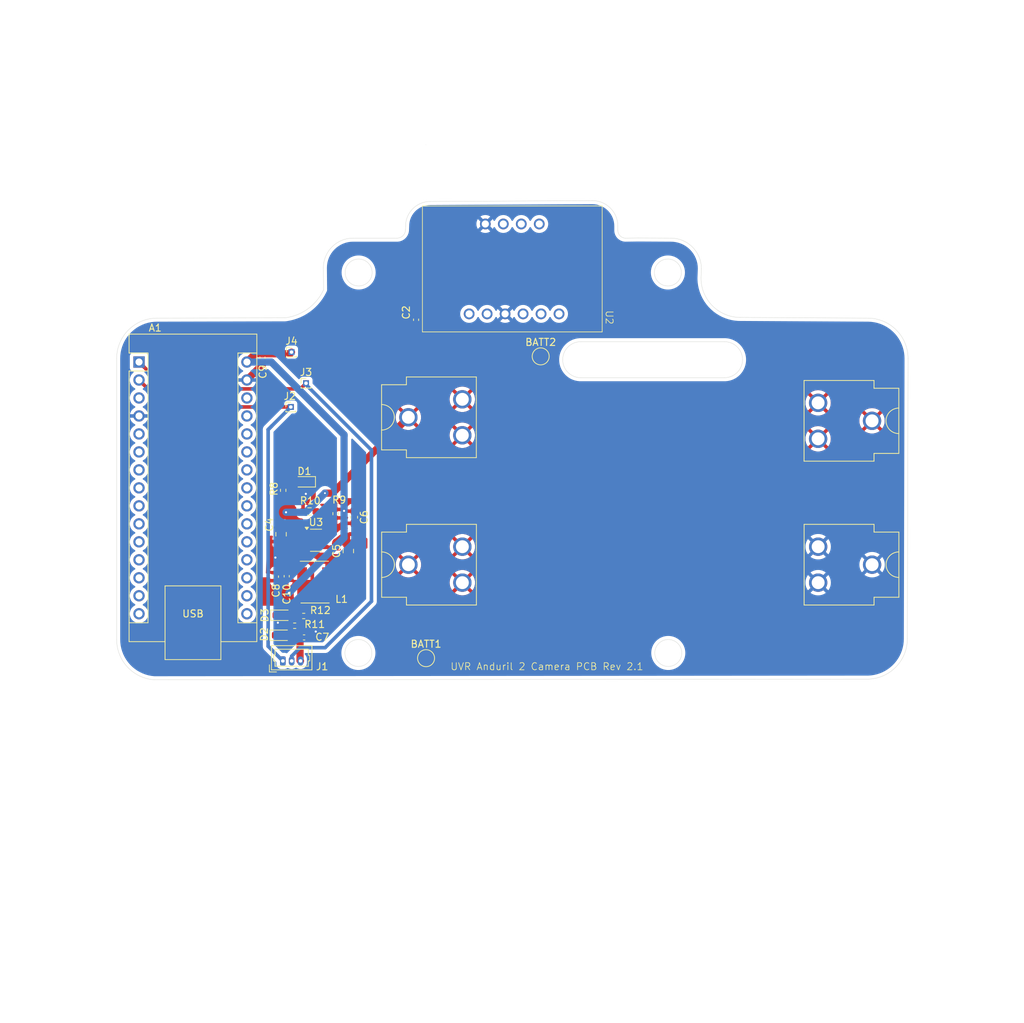
<source format=kicad_pcb>
(kicad_pcb (version 20240108) (generator "pcbnew") (generator_version "8.0")
  (title_block (title "Anduril 2 Camera PCB") (date "Feb 12 2025") (rev "Rev2.1") (company "UVic Rocketry") (comment 1 "Khehren Gould"))
  (layers (0 "F.Cu" signal) (31 "B.Cu" signal) (34 "B.Paste" user) (35 "F.Paste" user) (36 "B.SilkS" user "B.Silkscreen") (37 "F.SilkS" user "F.Silkscreen") (38 "B.Mask" user) (39 "F.Mask" user) (44 "Edge.Cuts" user))
  (net 0 "")
  (net 4 "GND")
  (net 13 "Net-(A1-D0{slash}RX)")
  (net 17 "Net-(A1-D1{slash}TX)")
  (net 26 "/SCL")
  (net 27 "+5V")
  (net 28 "Net-(D1-A)")
  (net 29 "Net-(D2-A)")
  (net 30 "Net-(D3-A)")
  (net 32 "/SDA")
  (net 33 "+BATT")
  (net 34 "VCC")
  (net 35 "Net-(U3-BST)")
  (net 36 "Net-(U3-SW)")
  (net 37 "Net-(U3-FB)")
  (net 44 "Net-(J5-Pin_1)")
  (net 45 "Net-(D2-K)")
  (footprint "Resistor_SMD:R_0603_1608Metric_Pad0.98x0.95mm_HandSolder" (layer "F.Cu") (at 111.0485 102.213 180)
    (property "Reference" "R10" (at -0.1035 1.524 180) (layer "F.SilkS"))
    (property "Value" "10k")
    (fp_line (start -0.254724 0.5225) (end 0.254724 0.5225) (stroke (width 0.12)) (layer "F.SilkS"))
    (fp_line (start -0.254724 -0.5225) (end 0.254724 -0.5225) (stroke (width 0.12)) (layer "F.SilkS"))
    (pad "1" smd roundrect (at -0.9125 0 180) (size 0.975 0.95) (layers "F.Cu" "F.Paste" "F.Mask") (net 37 "Net-(U3-FB)"))
    (pad "2" smd roundrect (at 0.9125 0 180) (size 0.975 0.95) (layers "F.Cu" "F.Paste" "F.Mask") (net 4 "GND"))
  )
  (footprint "Connector_Molex:Molex_PicoBlade_53047-0310_1x03_P1.25mm_Vertical" (layer "F.Cu") (at 107.275 123.325)
    (property "Reference" "J1" (at 5.55 0.8 0) (layer "F.SilkS"))
    (property "Value" "Conn_01x03_Pin")
    (fp_line (start -1.9 1.55) (end -1.9 0.55) (stroke (width 0.12)) (layer "F.SilkS"))
    (fp_line (start -1.9 1.55) (end -0.9 1.55) (stroke (width 0.12)) (layer "F.SilkS"))
    (fp_line (start -1.61 -2.16) (end -1.61 1.26) (stroke (width 0.12)) (layer "F.SilkS"))
    (fp_line (start -1.61 1.26) (end 4.11 1.26) (stroke (width 0.12)) (layer "F.SilkS"))
    (fp_line (start -1.3 -0.8) (end -1.1 -0.8) (stroke (width 0.12)) (layer "F.SilkS"))
    (fp_line (start -1.3 0) (end -1.3 -0.8) (stroke (width 0.12)) (layer "F.SilkS"))
    (fp_line (start -1.1 -1.65) (end 1.25 -1.65) (stroke (width 0.12)) (layer "F.SilkS"))
    (fp_line (start -1.1 -0.8) (end -1.1 -1.65) (stroke (width 0.12)) (layer "F.SilkS"))
    (fp_line (start -1.1 0) (end -1.3 0) (stroke (width 0.12)) (layer "F.SilkS"))
    (fp_line (start -1.1 0.75) (end -1.1 0) (stroke (width 0.12)) (layer "F.SilkS"))
    (fp_line (start 1.25 0.75) (end -1.1 0.75) (stroke (width 0.12)) (layer "F.SilkS"))
    (fp_line (start 1.25 0.75) (end 3.6 0.75) (stroke (width 0.12)) (layer "F.SilkS"))
    (fp_line (start 3.6 -1.65) (end 1.25 -1.65) (stroke (width 0.12)) (layer "F.SilkS"))
    (fp_line (start 3.6 -0.8) (end 3.6 -1.65) (stroke (width 0.12)) (layer "F.SilkS"))
    (fp_line (start 3.6 0) (end 3.8 0) (stroke (width 0.12)) (layer "F.SilkS"))
    (fp_line (start 3.6 0.75) (end 3.6 0) (stroke (width 0.12)) (layer "F.SilkS"))
    (fp_line (start 3.8 -0.8) (end 3.6 -0.8) (stroke (width 0.12)) (layer "F.SilkS"))
    (fp_line (start 3.8 0) (end 3.8 -0.8) (stroke (width 0.12)) (layer "F.SilkS"))
    (fp_line (start 4.11 -2.16) (end -1.61 -2.16) (stroke (width 0.12)) (layer "F.SilkS"))
    (fp_line (start 4.11 1.26) (end 4.11 -2.16) (stroke (width 0.12)) (layer "F.SilkS"))
    (pad "1" thru_hole roundrect (at 0 0) (size 0.8 1.3) (drill 0.5) (layers "*.Cu" "*.Mask") (net 13 "Net-(A1-D0{slash}RX)"))
    (pad "2" thru_hole oval (at 1.25 0) (size 0.8 1.3) (drill 0.5) (layers "*.Cu" "*.Mask") (net 17 "Net-(A1-D1{slash}TX)"))
    (pad "3" thru_hole oval (at 2.5 0) (size 0.8 1.3) (drill 0.5) (layers "*.Cu" "*.Mask") (net 27 "+5V"))
  )
  (footprint "Module:Arduino_Nano" (layer "F.Cu") (at 86.96 81.1)
    (property "Reference" "A1" (at 2.29 -4.825 0) (layer "F.SilkS"))
    (property "Value" "Arduino_Nano_v2.x")
    (fp_line (start -1.4 -3.94) (end -1.4 -1.27) (stroke (width 0.12)) (layer "F.SilkS"))
    (fp_line (start -1.4 1.27) (end -1.4 39.5) (stroke (width 0.12)) (layer "F.SilkS"))
    (fp_line (start -1.4 39.5) (end 3.68 39.5) (stroke (width 0.12)) (layer "F.SilkS"))
    (fp_line (start 1.27 -1.27) (end -1.4 -1.27) (stroke (width 0.12)) (layer "F.SilkS"))
    (fp_line (start 1.27 1.27) (end -1.4 1.27) (stroke (width 0.12)) (layer "F.SilkS"))
    (fp_line (start 1.27 1.27) (end 1.27 -1.27) (stroke (width 0.12)) (layer "F.SilkS"))
    (fp_line (start 1.27 1.27) (end 1.27 36.83) (stroke (width 0.12)) (layer "F.SilkS"))
    (fp_line (start 1.27 36.83) (end -1.4 36.83) (stroke (width 0.12)) (layer "F.SilkS"))
    (fp_line (start 3.68 31.62) (end 11.56 31.62) (stroke (width 0.12)) (layer "F.SilkS"))
    (fp_line (start 3.68 42.04) (end 3.68 31.62) (stroke (width 0.12)) (layer "F.SilkS"))
    (fp_line (start 11.56 31.62) (end 11.56 42.04) (stroke (width 0.12)) (layer "F.SilkS"))
    (fp_line (start 11.56 42.04) (end 3.68 42.04) (stroke (width 0.12)) (layer "F.SilkS"))
    (fp_line (start 13.97 -1.27) (end 13.97 36.83) (stroke (width 0.12)) (layer "F.SilkS"))
    (fp_line (start 13.97 -1.27) (end 16.64 -1.27) (stroke (width 0.12)) (layer "F.SilkS"))
    (fp_line (start 13.97 36.83) (end 16.64 36.83) (stroke (width 0.12)) (layer "F.SilkS"))
    (fp_line (start 16.64 -3.94) (end -1.4 -3.94) (stroke (width 0.12)) (layer "F.SilkS"))
    (fp_line (start 16.64 39.5) (end 11.56 39.5) (stroke (width 0.12)) (layer "F.SilkS"))
    (fp_line (start 16.64 39.5) (end 16.64 -3.94) (stroke (width 0.12)) (layer "F.SilkS"))
    (fp_text user "USB" (at 7.62 35.56 0) (layer "F.SilkS"))
    (pad "1" thru_hole rect (at 0 0) (size 1.6 1.6) (drill 1) (layers "*.Cu" "*.Mask") (net 17 "Net-(A1-D1{slash}TX)"))
    (pad "2" thru_hole oval (at 0 2.54) (size 1.6 1.6) (drill 1) (layers "*.Cu" "*.Mask") (net 13 "Net-(A1-D0{slash}RX)"))
    (pad "3" thru_hole oval (at 0 5.08) (size 1.6 1.6) (drill 1) (layers "*.Cu" "*.Mask"))
    (pad "4" thru_hole oval (at 0 7.62) (size 1.6 1.6) (drill 1) (layers "*.Cu" "*.Mask") (net 4 "GND"))
    (pad "5" thru_hole oval (at 0 10.16) (size 1.6 1.6) (drill 1) (layers "*.Cu" "*.Mask"))
    (pad "6" thru_hole oval (at 0 12.7) (size 1.6 1.6) (drill 1) (layers "*.Cu" "*.Mask"))
    (pad "7" thru_hole oval (at 0 15.24) (size 1.6 1.6) (drill 1) (layers "*.Cu" "*.Mask"))
    (pad "8" thru_hole oval (at 0 17.78) (size 1.6 1.6) (drill 1) (layers "*.Cu" "*.Mask"))
    (pad "9" thru_hole oval (at 0 20.32) (size 1.6 1.6) (drill 1) (layers "*.Cu" "*.Mask"))
    (pad "10" thru_hole oval (at 0 22.86) (size 1.6 1.6) (drill 1) (layers "*.Cu" "*.Mask"))
    (pad "11" thru_hole oval (at 0 25.4) (size 1.6 1.6) (drill 1) (layers "*.Cu" "*.Mask"))
    (pad "12" thru_hole oval (at 0 27.94) (size 1.6 1.6) (drill 1) (layers "*.Cu" "*.Mask"))
    (pad "13" thru_hole oval (at 0 30.48) (size 1.6 1.6) (drill 1) (layers "*.Cu" "*.Mask"))
    (pad "14" thru_hole oval (at 0 33.02) (size 1.6 1.6) (drill 1) (layers "*.Cu" "*.Mask"))
    (pad "15" thru_hole oval (at 0 35.56) (size 1.6 1.6) (drill 1) (layers "*.Cu" "*.Mask"))
    (pad "16" thru_hole oval (at 15.24 35.56) (size 1.6 1.6) (drill 1) (layers "*.Cu" "*.Mask"))
    (pad "17" thru_hole oval (at 15.24 33.02) (size 1.6 1.6) (drill 1) (layers "*.Cu" "*.Mask"))
    (pad "18" thru_hole oval (at 15.24 30.48) (size 1.6 1.6) (drill 1) (layers "*.Cu" "*.Mask"))
    (pad "19" thru_hole oval (at 15.24 27.94) (size 1.6 1.6) (drill 1) (layers "*.Cu" "*.Mask"))
    (pad "20" thru_hole oval (at 15.24 25.4) (size 1.6 1.6) (drill 1) (layers "*.Cu" "*.Mask"))
    (pad "21" thru_hole oval (at 15.24 22.86) (size 1.6 1.6) (drill 1) (layers "*.Cu" "*.Mask"))
    (pad "22" thru_hole oval (at 15.24 20.32) (size 1.6 1.6) (drill 1) (layers "*.Cu" "*.Mask"))
    (pad "23" thru_hole oval (at 15.24 17.78) (size 1.6 1.6) (drill 1) (layers "*.Cu" "*.Mask") (net 32 "/SDA"))
    (pad "24" thru_hole oval (at 15.24 15.24) (size 1.6 1.6) (drill 1) (layers "*.Cu" "*.Mask") (net 26 "/SCL"))
    (pad "25" thru_hole oval (at 15.24 12.7) (size 1.6 1.6) (drill 1) (layers "*.Cu" "*.Mask"))
    (pad "26" thru_hole oval (at 15.24 10.16) (size 1.6 1.6) (drill 1) (layers "*.Cu" "*.Mask"))
    (pad "27" thru_hole oval (at 15.24 7.62) (size 1.6 1.6) (drill 1) (layers "*.Cu" "*.Mask"))
    (pad "28" thru_hole oval (at 15.24 5.08) (size 1.6 1.6) (drill 1) (layers "*.Cu" "*.Mask"))
    (pad "29" thru_hole oval (at 15.24 2.54) (size 1.6 1.6) (drill 1) (layers "*.Cu" "*.Mask") (net 4 "GND"))
    (pad "30" thru_hole oval (at 15.24 0) (size 1.6 1.6) (drill 1) (layers "*.Cu" "*.Mask") (net 27 "+5V"))
  )
  (footprint "Capacitor_SMD:C_0402_1005Metric_Pad0.74x0.62mm_HandSolder" (layer "F.Cu") (at 126.1 75.1325 90)
    (property "Reference" "C2" (at 1.0325 -1.4 90) (layer "F.SilkS"))
    (property "Value" "100nF")
    (fp_line (start -0.115835 -0.36) (end 0.115835 -0.36) (stroke (width 0.12)) (layer "F.SilkS"))
    (fp_line (start -0.115835 0.36) (end 0.115835 0.36) (stroke (width 0.12)) (layer "F.SilkS"))
    (pad "1" smd roundrect (at -0.5675 0 90) (size 0.735 0.62) (layers "F.Cu" "F.Paste" "F.Mask") (net 27 "+5V"))
    (pad "2" smd roundrect (at 0.5675 0 90) (size 0.735 0.62) (layers "F.Cu" "F.Paste" "F.Mask") (net 4 "GND"))
  )
  (footprint "Capacitor_SMD:C_0603_1608Metric_Pad1.08x0.95mm_HandSolder" (layer "F.Cu") (at 117.325 103.025 -90)
    (property "Reference" "C6" (at 0 -1.43 90) (layer "F.SilkS"))
    (property "Value" "100pF")
    (fp_line (start -0.146267 0.51) (end 0.146267 0.51) (stroke (width 0.12)) (layer "F.SilkS"))
    (fp_line (start -0.146267 -0.51) (end 0.146267 -0.51) (stroke (width 0.12)) (layer "F.SilkS"))
    (pad "1" smd roundrect (at -0.8625 0 270) (size 1.075 0.95) (layers "F.Cu" "F.Paste" "F.Mask") (net 27 "+5V"))
    (pad "2" smd roundrect (at 0.8625 0 270) (size 1.075 0.95) (layers "F.Cu" "F.Paste" "F.Mask") (net 37 "Net-(U3-FB)"))
  )
  (footprint "LED_SMD:LED_0603_1608Metric_Pad1.05x0.95mm_HandSolder" (layer "F.Cu") (at 107.125 119.7)
    (property "Reference" "D2" (at -2.475 -0.125 -90) (layer "F.SilkS"))
    (property "Value" "LED")
    (fp_line (start -1.66 -0.735) (end -1.66 0.735) (stroke (width 0.12)) (layer "F.SilkS"))
    (fp_line (start -1.66 0.735) (end 0.8 0.735) (stroke (width 0.12)) (layer "F.SilkS"))
    (fp_line (start 0.8 -0.735) (end -1.66 -0.735) (stroke (width 0.12)) (layer "F.SilkS"))
    (pad "1" smd roundrect (at -0.875 0) (size 1.05 0.95) (layers "F.Cu" "F.Paste" "F.Mask") (net 45 "Net-(D2-K)"))
    (pad "2" smd roundrect (at 0.875 0) (size 1.05 0.95) (layers "F.Cu" "F.Paste" "F.Mask") (net 29 "Net-(D2-A)"))
  )
  (footprint "LED_SMD:LED_0603_1608Metric_Pad1.05x0.95mm_HandSolder" (layer "F.Cu") (at 107.225 116.875)
    (property "Reference" "D3" (at -2.5 0 -90) (layer "F.SilkS"))
    (property "Value" "LED")
    (fp_line (start -1.66 -0.735) (end -1.66 0.735) (stroke (width 0.12)) (layer "F.SilkS"))
    (fp_line (start -1.66 0.735) (end 0.8 0.735) (stroke (width 0.12)) (layer "F.SilkS"))
    (fp_line (start 0.8 -0.735) (end -1.66 -0.735) (stroke (width 0.12)) (layer "F.SilkS"))
    (pad "1" smd roundrect (at -0.875 0) (size 1.05 0.95) (layers "F.Cu" "F.Paste" "F.Mask") (net 4 "GND"))
    (pad "2" smd roundrect (at 0.875 0) (size 1.05 0.95) (layers "F.Cu" "F.Paste" "F.Mask") (net 30 "Net-(D3-A)"))
  )
  (footprint "Connector_PinHeader_1.00mm:PinHeader_1x01_P1.00mm_Vertical" (layer "F.Cu") (at 108.4 87.45)
    (property "Reference" "J2" (at -0.141 -1.524 0) (layer "F.SilkS"))
    (property "Value" "Conn_01x01_Pin")
    (fp_line (start -0.695 -0.685) (end 0 -0.685) (stroke (width 0.12)) (layer "F.SilkS"))
    (fp_line (start -0.695 0) (end -0.695 -0.685) (stroke (width 0.12)) (layer "F.SilkS"))
    (fp_line (start -0.695 0.685) (end -0.695 0.56) (stroke (width 0.12)) (layer "F.SilkS"))
    (fp_line (start -0.695 0.685) (end -0.608276 0.685) (stroke (width 0.12)) (layer "F.SilkS"))
    (fp_line (start -0.695 0.685) (end 0.695 0.685) (stroke (width 0.12)) (layer "F.SilkS"))
    (fp_line (start 0.608276 0.685) (end 0.695 0.685) (stroke (width 0.12)) (layer "F.SilkS"))
    (fp_line (start 0.695 0.685) (end 0.695 0.56) (stroke (width 0.12)) (layer "F.SilkS"))
    (pad "1" thru_hole rect (at 0 0) (size 0.85 0.85) (drill 0.5) (layers "*.Cu" "*.Mask") (net 13 "Net-(A1-D0{slash}RX)"))
  )
  (footprint "Connector_PinHeader_1.00mm:PinHeader_1x01_P1.00mm_Vertical" (layer "F.Cu") (at 108.5 79.7)
    (property "Reference" "J4" (at 0 -1.56 0) (layer "F.SilkS"))
    (property "Value" "Conn_01x01_Pin")
    (fp_line (start -0.695 -0.685) (end 0 -0.685) (stroke (width 0.12)) (layer "F.SilkS"))
    (fp_line (start -0.695 0) (end -0.695 -0.685) (stroke (width 0.12)) (layer "F.SilkS"))
    (fp_line (start -0.695 0.685) (end -0.695 0.56) (stroke (width 0.12)) (layer "F.SilkS"))
    (fp_line (start -0.695 0.685) (end -0.608276 0.685) (stroke (width 0.12)) (layer "F.SilkS"))
    (fp_line (start -0.695 0.685) (end 0.695 0.685) (stroke (width 0.12)) (layer "F.SilkS"))
    (fp_line (start 0.608276 0.685) (end 0.695 0.685) (stroke (width 0.12)) (layer "F.SilkS"))
    (fp_line (start 0.695 0.685) (end 0.695 0.56) (stroke (width 0.12)) (layer "F.SilkS"))
    (pad "1" thru_hole rect (at 0 0) (size 0.85 0.85) (drill 0.5) (layers "*.Cu" "*.Mask") (net 27 "+5V"))
  )
  (footprint "Capacitor_SMD:C_0402_1005Metric_Pad0.74x0.62mm_HandSolder" (layer "F.Cu") (at 110.275 120)
    (property "Reference" "C7" (at 2.575 -0.05 0) (layer "F.SilkS"))
    (property "Value" "100nF")
    (fp_line (start -0.115835 -0.36) (end 0.115835 -0.36) (stroke (width 0.12)) (layer "F.SilkS"))
    (fp_line (start -0.115835 0.36) (end 0.115835 0.36) (stroke (width 0.12)) (layer "F.SilkS"))
    (pad "1" smd roundrect (at -0.5675 0) (size 0.735 0.62) (layers "F.Cu" "F.Paste" "F.Mask") (net 27 "+5V"))
    (pad "2" smd roundrect (at 0.5675 0) (size 0.735 0.62) (layers "F.Cu" "F.Paste" "F.Mask") (net 4 "GND"))
  )
  (footprint "Resistor_SMD:R_0402_1005Metric_Pad0.72x0.64mm_HandSolder" (layer "F.Cu") (at 107.325 99.225 90)
    (property "Reference" "R8" (at 0.2 -1.3 90) (layer "F.SilkS"))
    (property "Value" "1k")
    (fp_line (start -0.167621 -0.38) (end 0.167621 -0.38) (stroke (width 0.12)) (layer "F.SilkS"))
    (fp_line (start -0.167621 0.38) (end 0.167621 0.38) (stroke (width 0.12)) (layer "F.SilkS"))
    (pad "1" smd roundrect (at -0.5975 0 90) (size 0.715 0.64) (layers "F.Cu" "F.Paste" "F.Mask") (net 44 "Net-(J5-Pin_1)"))
    (pad "2" smd roundrect (at 0.5975 0 90) (size 0.715 0.64) (layers "F.Cu" "F.Paste" "F.Mask") (net 28 "Net-(D1-A)"))
  )
  (footprint "Resistor_SMD:R_0402_1005Metric_Pad0.72x0.64mm_HandSolder" (layer "F.Cu") (at 108.95 118.35 180)
    (property "Reference" "R11" (at -2.825 0.2 0) (layer "F.SilkS"))
    (property "Value" "1k")
    (fp_line (start -0.167621 0.38) (end 0.167621 0.38) (stroke (width 0.12)) (layer "F.SilkS"))
    (fp_line (start -0.167621 -0.38) (end 0.167621 -0.38) (stroke (width 0.12)) (layer "F.SilkS"))
    (pad "1" smd roundrect (at -0.5975 0 180) (size 0.715 0.64) (layers "F.Cu" "F.Paste" "F.Mask") (net 27 "+5V"))
    (pad "2" smd roundrect (at 0.5975 0 180) (size 0.715 0.64) (layers "F.Cu" "F.Paste" "F.Mask") (net 29 "Net-(D2-A)"))
  )
  (footprint "CUSTOM_footprints:BatteryClip_Keystone_54_D16-19mm" (layer "F.Cu") (at 127.516 109.728)
    (property "Reference" "BT2" (hide yes))
    (property "Value" "3.6V")
    (fp_line (start -6.28 -4.6) (end -2.78 -4.6) (stroke (width 0.12)) (layer "F.SilkS"))
    (fp_line (start -6.28 4.6) (end -6.28 -4.6) (stroke (width 0.12)) (layer "F.SilkS"))
    (fp_line (start -2.78 -5.7) (end 7.1 -5.7) (stroke (width 0.12)) (layer "F.SilkS"))
    (fp_line (start -2.78 -4.6) (end -2.78 -5.7) (stroke (width 0.12)) (layer "F.SilkS"))
    (fp_line (start -2.78 4.6) (end -6.28 4.6) (stroke (width 0.12)) (layer "F.SilkS"))
    (fp_line (start -2.78 5.7) (end -2.78 4.6) (stroke (width 0.12)) (layer "F.SilkS"))
    (fp_line (start 7.1 -5.7) (end 7.1 5.7) (stroke (width 0.12)) (layer "F.SilkS"))
    (fp_line (start 7.1 5.7) (end -2.78 5.7) (stroke (width 0.12)) (layer "F.SilkS"))
    (fp_line (start 53.4 -5.7) (end 63.28 -5.7) (stroke (width 0.12)) (layer "F.SilkS"))
    (fp_line (start 53.4 5.7) (end 53.4 -5.7) (stroke (width 0.12)) (layer "F.SilkS"))
    (fp_line (start 63.28 -5.7) (end 63.28 -4.6) (stroke (width 0.12)) (layer "F.SilkS"))
    (fp_line (start 63.28 -4.6) (end 66.78 -4.6) (stroke (width 0.12)) (layer "F.SilkS"))
    (fp_line (start 63.28 4.6) (end 63.28 5.7) (stroke (width 0.12)) (layer "F.SilkS"))
    (fp_line (start 63.28 5.7) (end 53.4 5.7) (stroke (width 0.12)) (layer "F.SilkS"))
    (fp_line (start 66.78 -4.6) (end 66.78 4.6) (stroke (width 0.12)) (layer "F.SilkS"))
    (fp_line (start 66.78 4.6) (end 63.28 4.6) (stroke (width 0.12)) (layer "F.SilkS"))
    (fp_arc (start -6.28 -1.8) (mid -4.48 0) (end -6.28 1.8) (stroke (width 0.12)) (layer "F.SilkS"))
    (fp_arc (start 66.78 1.8) (mid 64.98 0) (end 66.78 -1.8) (stroke (width 0.12)) (layer "F.SilkS"))
    (pad "1" thru_hole circle (at -2.5 0 180) (size 2.5908 2.5908) (drill 1.8288) (layers "*.Cu" "*.Mask") (net 33 "+BATT"))
    (pad "1" thru_hole circle (at 5.12 -2.54 180) (size 2.5908 2.5908) (drill 1.8288) (layers "*.Cu" "*.Mask") (net 33 "+BATT"))
    (pad "1" thru_hole circle (at 5.12 2.54 180) (size 2.5908 2.5908) (drill 1.8288) (layers "*.Cu" "*.Mask") (net 33 "+BATT"))
    (pad "2" thru_hole circle (at 55.38 -2.54) (size 2.5908 2.5908) (drill 1.8288) (layers "*.Cu" "*.Mask") (net 4 "GND"))
    (pad "2" thru_hole circle (at 55.38 2.54) (size 2.5908 2.5908) (drill 1.8288) (layers "*.Cu" "*.Mask") (net 4 "GND"))
    (pad "2" thru_hole circle (at 63 0) (size 2.5908 2.5908) (drill 1.8288) (layers "*.Cu" "*.Mask") (net 4 "GND"))
  )
  (footprint "CUSTOM_footprints:BatteryClip_Keystone_54_D16-19mm" (layer "F.Cu") (at 127.508 89.408)
    (property "Reference" "BT1" (hide yes))
    (property "Value" "3.6V")
    (fp_line (start -6.28 -5.1) (end -2.78 -5.1) (stroke (width 0.12)) (layer "F.SilkS"))
    (fp_line (start -6.28 4.1) (end -6.28 -5.1) (stroke (width 0.12)) (layer "F.SilkS"))
    (fp_line (start -2.78 -6.2) (end 7.1 -6.2) (stroke (width 0.12)) (layer "F.SilkS"))
    (fp_line (start -2.78 -5.1) (end -2.78 -6.2) (stroke (width 0.12)) (layer "F.SilkS"))
    (fp_line (start -2.78 4.1) (end -6.28 4.1) (stroke (width 0.12)) (layer "F.SilkS"))
    (fp_line (start -2.78 5.2) (end -2.78 4.1) (stroke (width 0.12)) (layer "F.SilkS"))
    (fp_line (start 7.1 -6.2) (end 7.1 5.2) (stroke (width 0.12)) (layer "F.SilkS"))
    (fp_line (start 7.1 5.2) (end -2.78 5.2) (stroke (width 0.12)) (layer "F.SilkS"))
    (fp_line (start 53.4 -5.7) (end 63.28 -5.7) (stroke (width 0.12)) (layer "F.SilkS"))
    (fp_line (start 53.4 5.7) (end 53.4 -5.7) (stroke (width 0.12)) (layer "F.SilkS"))
    (fp_line (start 63.28 -5.7) (end 63.28 -4.6) (stroke (width 0.12)) (layer "F.SilkS"))
    (fp_line (start 63.28 -4.6) (end 66.78 -4.6) (stroke (width 0.12)) (layer "F.SilkS"))
    (fp_line (start 63.28 4.6) (end 63.28 5.7) (stroke (width 0.12)) (layer "F.SilkS"))
    (fp_line (start 63.28 5.7) (end 53.4 5.7) (stroke (width 0.12)) (layer "F.SilkS"))
    (fp_line (start 66.78 -4.6) (end 66.78 4.6) (stroke (width 0.12)) (layer "F.SilkS"))
    (fp_line (start 66.78 4.6) (end 63.28 4.6) (stroke (width 0.12)) (layer "F.SilkS"))
    (fp_arc (start -6.28 -2.3) (mid -4.48 -0.5) (end -6.28 1.3) (stroke (width 0.12)) (layer "F.SilkS"))
    (fp_arc (start 66.78 1.8) (mid 64.98 0) (end 66.78 -1.8) (stroke (width 0.12)) (layer "F.SilkS"))
    (pad "1" thru_hole circle (at -2.5 -0.5 180) (size 2.5908 2.5908) (drill 1.8288) (layers "*.Cu" "*.Mask") (net 34 "VCC"))
    (pad "1" thru_hole circle (at 5.12 -3.04 180) (size 2.5908 2.5908) (drill 1.8288) (layers "*.Cu" "*.Mask") (net 34 "VCC"))
    (pad "1" thru_hole circle (at 5.12 2.04 180) (size 2.5908 2.5908) (drill 1.8288) (layers "*.Cu" "*.Mask") (net 34 "VCC"))
    (pad "2" thru_hole circle (at 55.38 -2.54) (size 2.5908 2.5908) (drill 1.8288) (layers "*.Cu" "*.Mask") (net 33 "+BATT"))
    (pad "2" thru_hole circle (at 55.38 2.54) (size 2.5908 2.5908) (drill 1.8288) (layers "*.Cu" "*.Mask") (net 33 "+BATT"))
    (pad "2" thru_hole circle (at 63 0) (size 2.5908 2.5908) (drill 1.8288) (layers "*.Cu" "*.Mask") (net 33 "+BATT"))
  )
  (footprint "Resistor_SMD:R_0402_1005Metric_Pad0.72x0.64mm_HandSolder" (layer "F.Cu") (at 110.225 116.975 180)
    (property "Reference" "R12" (at -2.35 0.8 0) (layer "F.SilkS"))
    (property "Value" "1k")
    (fp_line (start -0.167621 0.38) (end 0.167621 0.38) (stroke (width 0.12)) (layer "F.SilkS"))
    (fp_line (start -0.167621 -0.38) (end 0.167621 -0.38) (stroke (width 0.12)) (layer "F.SilkS"))
    (pad "1" smd roundrect (at -0.5975 0 180) (size 0.715 0.64) (layers "F.Cu" "F.Paste" "F.Mask") (net 27 "+5V"))
    (pad "2" smd roundrect (at 0.5975 0 180) (size 0.715 0.64) (layers "F.Cu" "F.Paste" "F.Mask") (net 30 "Net-(D3-A)"))
  )
  (footprint "LED_SMD:LED_0603_1608Metric_Pad1.05x0.95mm_HandSolder" (layer "F.Cu") (at 110.225 98.025 180)
    (property "Reference" "D1" (at -0.1 1.5 0) (layer "F.SilkS"))
    (property "Value" "LED")
    (fp_line (start 0.8 -0.735) (end -1.66 -0.735) (stroke (width 0.12)) (layer "F.SilkS"))
    (fp_line (start -1.66 0.735) (end 0.8 0.735) (stroke (width 0.12)) (layer "F.SilkS"))
    (fp_line (start -1.66 -0.735) (end -1.66 0.735) (stroke (width 0.12)) (layer "F.SilkS"))
    (pad "1" smd roundrect (at -0.875 0 180) (size 1.05 0.95) (layers "F.Cu" "F.Paste" "F.Mask") (net 4 "GND"))
    (pad "2" smd roundrect (at 0.875 0 180) (size 1.05 0.95) (layers "F.Cu" "F.Paste" "F.Mask") (net 28 "Net-(D1-A)"))
  )
  (footprint "TestPoint:TestPoint_Pad_D2.0mm" (layer "F.Cu") (at 143.7 80.3)
    (property "Reference" "BATT2" (at 0 -1.998 0) (layer "F.SilkS"))
    (property "Value" "TestPoint")
    (fp_circle (center 0 0) (end 0 1.2) (stroke (width 0.12)) (fill none) (layer "F.SilkS"))
    (pad "1" smd circle (at 0 0) (size 2 2) (layers "F.Cu" "F.Mask") (net 34 "VCC"))
  )
  (footprint "Connector_PinHeader_1.00mm:PinHeader_1x01_P1.00mm_Vertical" (layer "F.Cu") (at 110.55 84.1)
    (property "Reference" "J3" (at 0 -1.56 0) (layer "F.SilkS"))
    (property "Value" "Conn_01x01_Pin")
    (fp_line (start -0.695 -0.685) (end 0 -0.685) (stroke (width 0.12)) (layer "F.SilkS"))
    (fp_line (start -0.695 0) (end -0.695 -0.685) (stroke (width 0.12)) (layer "F.SilkS"))
    (fp_line (start -0.695 0.685) (end -0.695 0.56) (stroke (width 0.12)) (layer "F.SilkS"))
    (fp_line (start -0.695 0.685) (end -0.608276 0.685) (stroke (width 0.12)) (layer "F.SilkS"))
    (fp_line (start -0.695 0.685) (end 0.695 0.685) (stroke (width 0.12)) (layer "F.SilkS"))
    (fp_line (start 0.608276 0.685) (end 0.695 0.685) (stroke (width 0.12)) (layer "F.SilkS"))
    (fp_line (start 0.695 0.685) (end 0.695 0.56) (stroke (width 0.12)) (layer "F.SilkS"))
    (pad "1" thru_hole rect (at 0 0) (size 0.85 0.85) (drill 0.5) (layers "*.Cu" "*.Mask") (net 17 "Net-(A1-D1{slash}TX)"))
  )
  (footprint "Capacitor_SMD:C_0402_1005Metric_Pad0.74x0.62mm_HandSolder" (layer "F.Cu") (at 107.825 111.3575 90)
    (property "Reference" "C10" (at -2.54 0 -90) (layer "F.SilkS"))
    (property "Value" "22uF")
    (fp_line (start -0.115835 -0.36) (end 0.115835 -0.36) (stroke (width 0.12)) (layer "F.SilkS"))
    (fp_line (start -0.115835 0.36) (end 0.115835 0.36) (stroke (width 0.12)) (layer "F.SilkS"))
    (pad "1" smd roundrect (at -0.5675 0 90) (size 0.735 0.62) (layers "F.Cu" "F.Paste" "F.Mask") (net 27 "+5V"))
    (pad "2" smd roundrect (at 0.5675 0 90) (size 0.735 0.62) (layers "F.Cu" "F.Paste" "F.Mask") (net 4 "GND"))
  )
  (footprint "Capacitor_SMD:C_0402_1005Metric_Pad0.74x0.62mm_HandSolder" (layer "F.Cu") (at 106.301 111.417 90)
    (property "Reference" "C8" (at -1.9725 0 -90) (layer "F.SilkS"))
    (property "Value" "22uF")
    (fp_line (start -0.115835 -0.36) (end 0.115835 -0.36) (stroke (width 0.12)) (layer "F.SilkS"))
    (fp_line (start -0.115835 0.36) (end 0.115835 0.36) (stroke (width 0.12)) (layer "F.SilkS"))
    (pad "1" smd roundrect (at -0.5675 0 90) (size 0.735 0.62) (layers "F.Cu" "F.Paste" "F.Mask") (net 27 "+5V"))
    (pad "2" smd roundrect (at 0.5675 0 90) (size 0.735 0.62) (layers "F.Cu" "F.Paste" "F.Mask") (net 4 "GND"))
  )
  (footprint "Capacitor_SMD:C_0805_2012Metric_Pad1.18x1.45mm_HandSolder" (layer "F.Cu") (at 116.533 107.801 90)
    (property "Reference" "C5" (at 0 -1.68 -90) (layer "F.SilkS"))
    (property "Value" "330nF")
    (fp_line (start -0.261252 -0.735) (end 0.261252 -0.735) (stroke (width 0.12)) (layer "F.SilkS"))
    (fp_line (start -0.261252 0.735) (end 0.261252 0.735) (stroke (width 0.12)) (layer "F.SilkS"))
    (pad "1" smd roundrect (at -1.0375 0 90) (size 1.175 1.45) (layers "F.Cu" "F.Paste" "F.Mask") (roundrect_rratio 0.212766) (net 36 "Net-(U3-SW)"))
    (pad "2" smd roundrect (at 1.0375 0 90) (size 1.175 1.45) (layers "F.Cu" "F.Paste" "F.Mask") (roundrect_rratio 0.212766) (net 35 "Net-(U3-BST)"))
  )
  (footprint "TestPoint:TestPoint_Pad_D2.0mm" (layer "F.Cu") (at 127.508 122.936)
    (property "Reference" "BATT1" (at 0 -1.998 0) (layer "F.SilkS"))
    (property "Value" "TestPoint")
    (fp_circle (center 0 0) (end 0 1.2) (stroke (width 0.12)) (fill none) (layer "F.SilkS"))
    (pad "1" smd circle (at 0 0) (size 2 2) (layers "F.Cu" "F.Mask") (net 33 "+BATT"))
  )
  (footprint "Capacitor_SMD:C_0805_2012Metric_Pad1.18x1.45mm_HandSolder" (layer "F.Cu") (at 107.025 105.425 -90)
    (property "Reference" "C4" (at -1.35 1.65 90) (layer "F.SilkS"))
    (property "Value" "10uF")
    (fp_line (start -0.261252 0.735) (end 0.261252 0.735) (stroke (width 0.12)) (layer "F.SilkS"))
    (fp_line (start -0.261252 -0.735) (end 0.261252 -0.735) (stroke (width 0.12)) (layer "F.SilkS"))
    (pad "1" smd roundrect (at -1.0375 0 270) (size 1.175 1.45) (layers "F.Cu" "F.Paste" "F.Mask") (roundrect_rratio 0.212766) (net 44 "Net-(J5-Pin_1)"))
    (pad "2" smd roundrect (at 1.0375 0 270) (size 1.175 1.45) (layers "F.Cu" "F.Paste" "F.Mask") (roundrect_rratio 0.212766) (net 4 "GND"))
  )
  (footprint "Resistor_SMD:R_0402_1005Metric_Pad0.72x0.64mm_HandSolder" (layer "F.Cu") (at 114.725 102.5225 -90)
    (property "Reference" "R9" (at -1.9425 -0.508 180) (layer "F.SilkS"))
    (property "Value" "52.3k")
    (fp_line (start -0.167621 0.38) (end 0.167621 0.38) (stroke (width 0.12)) (layer "F.SilkS"))
    (fp_line (start -0.167621 -0.38) (end 0.167621 -0.38) (stroke (width 0.12)) (layer "F.SilkS"))
    (pad "1" smd roundrect (at -0.5975 0 270) (size 0.715 0.64) (layers "F.Cu" "F.Paste" "F.Mask") (net 27 "+5V"))
    (pad "2" smd roundrect (at 0.5975 0 270) (size 0.715 0.64) (layers "F.Cu" "F.Paste" "F.Mask") (net 37 "Net-(U3-FB)"))
  )
  (footprint "CUSTOM_footprints:ADX375L" (layer "F.Cu") (at 139.69 67.95)
    (property "Reference" "U2" (at 13.71 6.85 -90) (layer "F.SilkS") (effects (font (thickness 0.1))))
    (property "Value" "~")
    (fp_line (start -12.7 -8.89) (end 12.7 -8.89) (stroke (width 0.1)) (layer "F.SilkS"))
    (fp_line (start -12.7 8.89) (end -12.7 -8.89) (stroke (width 0.1)) (layer "F.SilkS"))
    (fp_line (start 12.7 -8.89) (end 12.7 8.89) (stroke (width 0.1)) (layer "F.SilkS"))
    (fp_line (start 12.7 8.89) (end -12.7 8.89) (stroke (width 0.1)) (layer "F.SilkS"))
    (pad "1" thru_hole circle (at -3.81 -6.35) (size 1.524 1.524) (drill 1.016) (layers "*.Cu" "F.Mask") (net 4 "GND"))
    (pad "2" thru_hole circle (at -1.27 -6.35) (size 1.524 1.524) (drill 1.016) (layers "*.Cu" "*.Mask"))
    (pad "3" thru_hole circle (at 1.27 -6.35) (size 1.524 1.524) (drill 1.016) (layers "*.Cu" "*.Mask"))
    (pad "4" thru_hole circle (at 3.81 -6.35) (size 1.524 1.524) (drill 1.016) (layers "*.Cu" "*.Mask"))
    (pad "5" thru_hole circle (at -6.096 6.35) (size 1.524 1.524) (drill 1.016) (layers "*.Cu" "F.Mask") (net 27 "+5V"))
    (pad "6" thru_hole circle (at -1.016 6.35) (size 1.524 1.524) (drill 1.016) (layers "*.Cu" "*.Mask") (net 4 "GND"))
    (pad "7" thru_hole circle (at 1.524 6.35) (size 1.524 1.524) (drill 1.016) (layers "*.Cu" "*.Mask") (net 26 "/SCL"))
    (pad "8" thru_hole circle (at 4.064 6.35) (size 1.524 1.524) (drill 1.016) (layers "*.Cu" "*.Mask") (net 32 "/SDA"))
    (pad "9" thru_hole circle (at 6.604 6.35) (size 1.524 1.524) (drill 1.016) (layers "*.Cu" "*.Mask"))
    (pad "10" thru_hole circle (at -3.556 6.35) (size 1.524 1.524) (drill 1.016) (layers "*.Cu" "F.Mask"))
  )
  (footprint "Package_TO_SOT_SMD:TSOT-23-6" (layer "F.Cu") (at 111.961 106.277)
    (property "Reference" "U3" (at 0 -2.54 0) (layer "F.SilkS"))
    (property "Value" "AP62200WU")
    (fp_line (start 0 -1.56) (end -0.8 -1.56) (stroke (width 0.12)) (layer "F.SilkS"))
    (fp_line (start 0 -1.56) (end 0.8 -1.56) (stroke (width 0.12)) (layer "F.SilkS"))
    (fp_line (start 0 1.56) (end -0.8 1.56) (stroke (width 0.12)) (layer "F.SilkS"))
    (fp_line (start 0 1.56) (end 0.8 1.56) (stroke (width 0.12)) (layer "F.SilkS"))
    (fp_poly (pts (xy -1.3 -1.51) (xy -1.54 -1.84) (xy -1.06 -1.84) (xy -1.3 -1.51)) (stroke (width 0.12)) (fill solid) (layer "F.SilkS"))
    (pad "1" smd roundrect (at -1.1375 -0.95) (size 1.325 0.6) (layers "F.Cu" "F.Paste" "F.Mask") (net 44 "Net-(J5-Pin_1)"))
    (pad "2" smd roundrect (at -1.1375 0) (size 1.325 0.6) (layers "F.Cu" "F.Paste" "F.Mask") (net 36 "Net-(U3-SW)"))
    (pad "3" smd roundrect (at -1.1375 0.95) (size 1.325 0.6) (layers "F.Cu" "F.Paste" "F.Mask") (net 4 "GND"))
    (pad "4" smd roundrect (at 1.1375 0.95) (size 1.325 0.6) (layers "F.Cu" "F.Paste" "F.Mask") (net 35 "Net-(U3-BST)"))
    (pad "5" smd roundrect (at 1.1375 0) (size 1.325 0.6) (layers "F.Cu" "F.Paste" "F.Mask"))
    (pad "6" smd roundrect (at 1.1375 -0.95) (size 1.325 0.6) (layers "F.Cu" "F.Paste" "F.Mask") (net 37 "Net-(U3-FB)"))
  )
  (footprint "Capacitor_SMD:C_0402_1005Metric_Pad0.74x0.62mm_HandSolder" (layer "F.Cu") (at 104.4 80.5 90)
    (property "Reference" "C9" (at -1.975 0.05 90) (layer "F.SilkS"))
    (property "Value" "100nF")
    (fp_line (start -0.115835 -0.36) (end 0.115835 -0.36) (stroke (width 0.12)) (layer "F.SilkS"))
    (fp_line (start -0.115835 0.36) (end 0.115835 0.36) (stroke (width 0.12)) (layer "F.SilkS"))
    (pad "1" smd roundrect (at -0.5675 0 90) (size 0.735 0.62) (layers "F.Cu" "F.Paste" "F.Mask") (net 4 "GND"))
    (pad "2" smd roundrect (at 0.5675 0 90) (size 0.735 0.62) (layers "F.Cu" "F.Paste" "F.Mask") (net 27 "+5V"))
  )
  (footprint "Inductor_SMD:BOURNS_SRN5040_CUSTOM" (layer "F.Cu") (at 111.725 113.34 180)
    (property "Reference" "L1" (at -3.85 -1.26 0) (layer "F.SilkS"))
    (property "Value" "4.7uH")
    (fp_line (start 2 4.1) (end -2 4.1) (stroke (width 0.12)) (layer "F.SilkS"))
    (fp_line (start 1.9 -1.8) (end -2.1 -1.8) (stroke (width 0.12)) (layer "F.SilkS"))
    (pad "1" smd rect (at -1.8 1.2 90) (size 4.07 1.365) (layers "F.Cu" "F.Paste" "F.Mask") (net 36 "Net-(U3-SW)"))
    (pad "2" smd rect (at 1.7275 1.215 90) (size 4.07 1.365) (layers "F.Cu" "F.Paste" "F.Mask") (net 27 "+5V"))
  )
  (gr_circle (center 117.983 68.453) (end 119.888 68.453) (stroke (width 0.05)) (fill none) (layer "Edge.Cuts"))
  (gr_line (start 124.6 62.4) (end 124.62 61.9) (stroke (width 0.05)) (layer "Edge.Cuts"))
  (gr_line (start 83.8 80.6) (end 83.8 120.3) (stroke (width 0.05)) (layer "Edge.Cuts"))
  (gr_line (start 157.5054 63.5762) (end 155.7 63.6) (stroke (width 0.05)) (layer "Edge.Cuts"))
  (gr_arc (start 124.6 62.4) (mid 124.248528 63.248528) (end 123.4 63.6) (stroke (width 0.05)) (layer "Edge.Cuts"))
  (gr_arc (start 171.857121 74.797707) (mid 167.932373 73.125641) (end 166.3492 69.1642) (stroke (width 0.05)) (layer "Edge.Cuts"))
  (gr_arc (start 83.8 80.6) (mid 85.469491 76.569491) (end 89.5 74.9) (stroke (width 0.05)) (layer "Edge.Cuts"))
  (gr_line (start 195.5 120.2) (end 195.597491 80.596614) (stroke (width 0.05)) (layer "Edge.Cuts"))
  (gr_line (start 166.3492 69.1642) (end 166.4 67.9) (stroke (width 0.05)) (layer "Edge.Cuts"))
  (gr_arc (start 172.212 80.772002) (mid 171.468051 82.568052) (end 169.672 83.312002) (stroke (width 0.05)) (layer "Edge.Cuts"))
  (gr_line (start 107.569 74.8538) (end 89.5 74.9) (stroke (width 0.05)) (layer "Edge.Cuts"))
  (gr_arc (start 151 58.3) (mid 153.545584 59.354416) (end 154.6 61.9) (stroke (width 0.05)) (layer "Edge.Cuts"))
  (gr_line (start 149.352 78.232) (end 169.672 78.232) (stroke (width 0.05)) (layer "Edge.Cuts"))
  (gr_arc (start 190 74.900001) (mid 193.963936 76.603392) (end 195.597491 80.596614) (stroke (width 0.05)) (layer "Edge.Cuts"))
  (gr_circle (center 117.95 122.2) (end 119.855 122.2) (stroke (width 0.05)) (fill none) (layer "Edge.Cuts"))
  (gr_arc (start 195.5 120.2) (mid 193.900567 124.159211) (end 189.999877 125.896494) (stroke (width 0.05)) (layer "Edge.Cuts"))
  (gr_line (start 157.5054 63.5762) (end 162.1 63.6) (stroke (width 0.05)) (layer "Edge.Cuts"))
  (gr_arc (start 169.672 78.232) (mid 171.468051 78.975949) (end 172.212 80.772) (stroke (width 0.05)) (layer "Edge.Cuts"))
  (gr_arc (start 113 67.8) (mid 114.230152 64.830152) (end 117.2 63.6) (stroke (width 0.05)) (layer "Edge.Cuts"))
  (gr_arc (start 113.03 70.8914) (mid 110.816978 73.585791) (end 107.569 74.8538) (stroke (width 0.05)) (layer "Edge.Cuts"))
  (gr_circle (center 161.725 122.2) (end 163.63 122.2) (stroke (width 0.05)) (fill none) (layer "Edge.Cuts"))
  (gr_arc (start 149.352 83.312) (mid 147.555949 82.568051) (end 146.812 80.772) (stroke (width 0.05)) (layer "Edge.Cuts"))
  (gr_line (start 113.03 70.8914) (end 113 67.8) (stroke (width 0.05)) (layer "Edge.Cuts"))
  (gr_line (start 127.5 50.4) (end 127.5 50.4) (stroke (width 0.05)) (layer "Edge.Cuts"))
  (gr_line (start 123.4 63.6) (end 117.2 63.6) (stroke (width 0.05)) (layer "Edge.Cuts"))
  (gr_line (start 190 74.900001) (end 171.857121 74.797707) (stroke (width 0.05)) (layer "Edge.Cuts"))
  (gr_arc (start 124.62 61.9) (mid 125.639268 59.439268) (end 128.1 58.42) (stroke (width 0.05)) (layer "Edge.Cuts"))
  (gr_line (start 149.352 83.312) (end 169.672 83.312) (stroke (width 0.05)) (layer "Edge.Cuts"))
  (gr_arc (start 146.811999 80.771999) (mid 147.555948 78.975948) (end 149.351999 78.231999) (stroke (width 0.05)) (layer "Edge.Cuts"))
  (gr_arc (start 89.100981 125.986017) (mid 85.330803 124.186875) (end 83.8 120.3) (stroke (width 0.05)) (layer "Edge.Cuts"))
  (gr_arc (start 162.1 63.6) (mid 165.140559 64.859441) (end 166.4 67.9) (stroke (width 0.05)) (layer "Edge.Cuts"))
  (gr_line (start 151 58.3) (end 128.1 58.42) (stroke (width 0.05)) (layer "Edge.Cuts"))
  (gr_line (start 189.999877 125.896494) (end 89.100981 125.986017) (stroke (width 0.05)) (layer "Edge.Cuts"))
  (gr_arc (start 155.7 63.6) (mid 154.922183 63.277817) (end 154.6 62.5) (stroke (width 0.05)) (layer "Edge.Cuts"))
  (gr_line (start 154.6 62.5) (end 154.6 61.9) (stroke (width 0.05)) (layer "Edge.Cuts"))
  (gr_circle (center 161.671 68.453) (end 163.576 68.453) (stroke (width 0.05)) (fill none) (layer "Edge.Cuts"))
  (gr_text "UVR Anduril 2 Camera PCB Rev 2.1" (at 130.9 124.7 0) (layer "F.SilkS") (effects (font (size 1 1) (thickness 0.1)) (justify left bottom)))
  (segment (start 104.4 81.44) (end 104.4 81.1485) (width 1.016) (layer "F.Cu") (net 4))
  (segment (start 111.1 99.15) (end 110.525 99.725) (width 0.508) (layer "F.Cu") (net 4))
  (segment (start 106.35 116.875) (end 106.35 117.7) (width 0.508) (layer "F.Cu") (net 4))
  (segment (start 111.1 98.025) (end 111.1 99.15) (width 0.508) (layer "F.Cu") (net 4))
  (segment (start 102.2 83.64) (end 104.4 81.44) (width 1.016) (layer "F.Cu") (net 4))
  (segment (start 106.35 117.7) (end 106.575 117.925) (width 0.508) (layer "F.Cu") (net 4))
  (segment (start 110.8425 120) (end 111.1 120) (width 0.508) (layer "F.Cu") (net 4))
  (segment (start 106.25 118.25) (end 106.575 117.925) (width 0.508) (layer "F.Cu") (net 4))
  (segment (start 106.575 117.925) (end 106.625 117.975) (width 0.508) (layer "F.Cu") (net 4))
  (segment (start 111.1 120) (end 111.925 119.175) (width 0.508) (layer "F.Cu") (net 4))
  (segment (start 106.25 119.7) (end 106.25 118.25) (width 0.508) (layer "F.Cu") (net 4))
  (via (at 106.225 108.725) (size 0.6) (drill 0.3) (layers "F.Cu" "B.Cu") (net 4))
  (via (at 111.925 119.175) (size 0.6) (drill 0.3) (layers "F.Cu" "B.Cu") (net 4))
  (via (at 106.575 117.925) (size 0.6) (drill 0.3) (layers "F.Cu" "B.Cu") (net 4))
  (via (at 110.525 99.725) (size 0.6) (drill 0.3) (layers "F.Cu" "B.Cu") (net 4))
  (segment (start 86.96 83.64) (end 90.77 87.45) (width 0.508) (layer "F.Cu") (net 13))
  (segment (start 90.77 87.45) (end 108.4 87.45) (width 0.508) (layer "F.Cu") (net 13))
  (segment (start 108.4 87.45) (end 105.2 90.65) (width 0.508) (layer "B.Cu") (net 13))
  (segment (start 105.725 90.125) (end 105.2 90.65) (width 0.508) (layer "B.Cu") (net 13))
  (segment (start 105.2 121.25) (end 107.275 123.325) (width 0.508) (layer "B.Cu") (net 13))
  (segment (start 105.2 90.65) (end 105.2 121.25) (width 0.508) (layer "B.Cu") (net 13))
  (segment (start 90.754 84.894) (end 109.756 84.894) (width 0.508) (layer "F.Cu") (net 17))
  (segment (start 109.756 84.894) (end 110.55 84.1) (width 0.508) (layer "F.Cu") (net 17))
  (segment (start 86.96 81.1) (end 90.754 84.894) (width 0.508) (layer "F.Cu") (net 17))
  (segment (start 119.796 114.904) (end 113.25 121.45) (width 0.508) (layer "B.Cu") (net 17))
  (segment (start 113.25 121.45) (end 109.725 121.45) (width 0.508) (layer "B.Cu") (net 17))
  (segment (start 119.796 93.546) (end 119.796 114.904) (width 0.508) (layer "B.Cu") (net 17))
  (segment (start 108.525 122.65) (end 108.525 123.325) (width 0.508) (layer "B.Cu") (net 17))
  (segment (start 110.55 84.1) (end 110.55 84.3) (width 0.508) (layer "B.Cu") (net 17))
  (segment (start 110.55 84.3) (end 119.796 93.546) (width 0.508) (layer "B.Cu") (net 17))
  (segment (start 109.725 121.45) (end 108.525 122.65) (width 0.508) (layer "B.Cu") (net 17))
  (segment (start 108.2675 79.9325) (end 108.5 79.7) (width 1.016) (layer "F.Cu") (net 27))
  (segment (start 110.8225 116.975) (end 110.8225 112.95) (width 1.016) (layer "F.Cu") (net 27))
  (segment (start 109.7075 120) (end 109.5475 119.84) (width 1.016) (layer "F.Cu") (net 27))
  (segment (start 109.5475 119.84) (end 109.5475 118.35) (width 1.016) (layer "F.Cu") (net 27))
  (segment (start 104.4 79.9325) (end 108.2675 79.9325) (width 1.016) (layer "F.Cu") (net 27))
  (segment (start 110.8225 117.369472) (end 110.8225 116.975) (width 1.016) (layer "F.Cu") (net 27))
  (segment (start 102.2 81.1) (end 103.3675 79.9325) (width 1.016) (layer "F.Cu") (net 27))
  (segment (start 109.775 123.325) (end 109.7075 123.2575) (width 1.016) (layer "F.Cu") (net 27))
  (segment (start 109.5475 118.35) (end 109.8945 118.003) (width 1.016) (layer "F.Cu") (net 27))
  (segment (start 109.7075 123.2575) (end 109.7075 120) (width 1.016) (layer "F.Cu") (net 27))
  (segment (start 110.188972 118.003) (end 110.8225 117.369472) (width 1.016) (layer "F.Cu") (net 27))
  (segment (start 110.8225 112.95) (end 109.9975 112.125) (width 1.016) (layer "F.Cu") (net 27))
  (segment (start 109.8945 118.003) (end 110.188972 118.003) (width 1.016) (layer "F.Cu") (net 27))
  (segment (start 103.3675 79.9325) (end 104.4 79.9325) (width 1.016) (layer "F.Cu") (net 27))
  (via (at 115.925 102.125) (size 0.6) (drill 0.3) (layers "F.Cu" "B.Cu") (net 27))
  (via (at 108.125 113.725) (size 0.6) (drill 0.3) (layers "F.Cu" "B.Cu") (net 27))
  (segment (start 115.925 91.575) (end 115.925 91.375) (width 1.016) (layer "B.Cu") (net 27))
  (segment (start 115.925 91.375) (end 105.65 81.1) (width 1.016) (layer "B.Cu") (net 27))
  (segment (start 115.925 105.925) (end 108.125 113.725) (width 1.016) (layer "B.Cu") (net 27))
  (segment (start 115.925 102.125) (end 115.925 105.925) (width 1.016) (layer "B.Cu") (net 27))
  (segment (start 105.65 81.1) (end 102.2 81.1) (width 1.016) (layer "B.Cu") (net 27))
  (segment (start 115.925 102.125) (end 115.925 91.575) (width 1.016) (layer "B.Cu") (net 27))
  (segment (start 109.35 98.025) (end 107.9275 98.025) (width 0.508) (layer "F.Cu") (net 28))
  (segment (start 107.9275 98.025) (end 107.325 98.6275) (width 0.508) (layer "F.Cu") (net 28))
  (segment (start 108.3525 118.35) (end 108.3525 119.3475) (width 0.508) (layer "F.Cu") (net 29))
  (segment (start 108.3525 119.3475) (end 108 119.7) (width 0.508) (layer "F.Cu") (net 29))
  (segment (start 108.2 116.975) (end 108.1 116.875) (width 0.508) (layer "F.Cu") (net 30))
  (segment (start 109.6275 116.975) (end 108.2 116.975) (width 0.508) (layer "F.Cu") (net 30))
  (segment (start 129.548 115.356) (end 129.548 120.896) (width 0.508) (layer "F.Cu") (net 33))
  (segment (start 132.636 112.268) (end 129.548 115.356) (width 0.508) (layer "F.Cu") (net 33))
  (segment (start 129.548 120.896) (end 127.508 122.936) (width 0.508) (layer "F.Cu") (net 33))
  (segment (start 107.325 101.925) (end 107.725 102.325) (width 0.508) (layer "F.Cu") (net 34))
  (segment (start 114.291 99.625) (end 113.225 99.625) (width 1.016) (layer "F.Cu") (net 34))
  (segment (start 124.917 88.999) (end 114.291 99.625) (width 1.016) (layer "F.Cu") (net 34))
  (segment (start 107.325 99.8225) (end 107.325 101.925) (width 0.508) (layer "F.Cu") (net 34))
  (via (at 113.225 99.625) (size 1.016) (drill 0.25) (layers "F.Cu" "B.Cu") (net 34))
  (via (at 107.725 102.325) (size 0.6) (drill 0.3) (layers "F.Cu" "B.Cu") (net 34))
  (segment (start 113.225 99.625) (end 110.525 102.325) (width 1.016) (layer "B.Cu") (net 34))
  (segment (start 110.525 102.325) (end 107.725 102.325) (width 1.016) (layer "B.Cu") (net 34))
  (segment (start 111.982 106.773001) (end 111.982 107.932) (width 0.508) (layer "F.Cu") (net 36))
  (segment (start 111.982 107.932) (end 112.6 108.55) (width 0.508) (layer "F.Cu") (net 36))
  (segment (start 111.485999 106.277) (end 111.982 106.773001) (width 0.508) (layer "F.Cu") (net 36))
  (segment (start 110.8235 106.277) (end 111.485999 106.277) (width 0.508) (layer "F.Cu") (net 36))
  (zone (net 27) (net_name "+5V") (layer "F.Cu") (priority 8) (connect_pads (clearance 0.5)) (min_thickness 0.25) (fill yes (thermal_gap 0.5) (thermal_bridge_width 0.5))
    (polygon (pts (xy 114.225 102.425) (xy 116.425 102.425) (xy 116.725 102.925) (xy 118.725 102.925) (xy 118.725 100.325) (xy 114.225 100.325)))
  )
  (zone (net 35) (net_name "Net-(U3-BST)") (layer "F.Cu") (priority 2) (connect_pads (clearance 0.5)) (min_thickness 0.25) (fill yes (thermal_gap 0.5) (thermal_bridge_width 0.5))
    (polygon (pts (xy 112.425 106.825) (xy 112.425 107.725) (xy 117.725 107.725) (xy 119.225 107.425) (xy 119.225 106.025) (xy 117.625 105.125) (xy 115.425 105.125) (xy 114.625 105.925) (xy 114.025 106.725)))
  )
  (zone (net 27) (net_name "+5V") (layer "F.Cu") (priority 7) (connect_pads (clearance 0.5)) (min_thickness 0.25) (fill yes (thermal_gap 0.5) (thermal_bridge_width 0.5))
    (polygon (pts (xy 108.725 111.425) (xy 109.525 109.325) (xy 111.725 109.325) (xy 111.625 115.525) (xy 104.025 115.525) (xy 104.025 111.525)))
  )
  (zone (net 4) (net_name "GND") (layer "F.Cu") (priority 6) (connect_pads (clearance 0.5)) (min_thickness 0.25) (fill yes (thermal_gap 0.5) (thermal_bridge_width 0.5))
    (polygon (pts (xy 109.525 101.325) (xy 109.525 102.425) (xy 109.625 102.925) (xy 110.525 102.925) (xy 110.925 102.725) (xy 110.925 101.525) (xy 111.025 100.825) (xy 111.925 100.325) (xy 111.925 98.925) (xy 109.525 98.925) (xy 109.125 99.625) (xy 109.125 100.625)))
  )
  (zone (net 34) (net_name "VCC") (layer "F.Cu") (priority 4) (connect_pads (clearance 0.5)) (min_thickness 0.25) (fill yes (thermal_gap 0.5) (thermal_bridge_width 0.5))
    (polygon (pts (xy 111.625 105.725) (xy 111.825 104.925) (xy 109.925 103.125) (xy 109.025 100.725) (xy 107.825 100.625) (xy 106.525 101.725) (xy 106.525 103.425) (xy 107.325 105.725) (xy 109.925 105.925)))
  )
  (zone (net 34) (net_name "VCC") (layer "F.Cu") (priority 11) (connect_pads (clearance 0.5)) (min_thickness 0.25) (fill yes (thermal_gap 0.5) (thermal_bridge_width 0.5))
    (polygon (pts (xy 122.5 85.65) (xy 122.625 93.825) (xy 135.25 94.95) (xy 140.7 92.1) (xy 140.7 84.6) (xy 130.225 83.05)))
  )
  (zone (net 37) (net_name "Net-(U3-FB)") (layer "F.Cu") (priority 3) (connect_pads (clearance 0.5)) (min_thickness 0.25) (fill yes (thermal_gap 0.5) (thermal_bridge_width 0.5))
    (polygon (pts (xy 112.125 105.525) (xy 112.425 105.825) (xy 114.125 105.825) (xy 115.525 104.725) (xy 118.425 104.725) (xy 118.425 103.125) (xy 116.625 103.125) (xy 115.925 102.525) (xy 113.625 102.525) (xy 113.625 101.125) (xy 111.025 101.125) (xy 111.125 104.325) (xy 111.825 104.825)))
  )
  (zone (net 33) (net_name "+BATT") (layer "F.Cu") (priority 12) (connect_pads (clearance 0.5)) (min_thickness 0.25) (fill yes (thermal_gap 0.5) (thermal_bridge_width 0.5))
    (polygon (pts (xy 121.55 105.5) (xy 121.475 114.275) (xy 136.975 115.5) (xy 140.4 110.35) (xy 193.1 91.8) (xy 193.2 83.6) (xy 180.45 83.6) (xy 138.9 103.9)))
  )
  (zone (net 4) (net_name "GND") (layer "F.Cu") (priority 5) (connect_pads (clearance 0.5)) (min_thickness 0.25) (fill yes (thermal_gap 0.5) (thermal_bridge_width 0.5))
    (polygon (pts (xy 105.725 105.625) (xy 107.125 105.825) (xy 107.925 105.825) (xy 109.825 106.825) (xy 111.525 106.825) (xy 111.525 107.725) (xy 111.225 108.525) (xy 109.125 109.625) (xy 108.725 111.425) (xy 104.85 111.45) (xy 105.125 105.675)))
  )
  (zone (net 36) (net_name "Net-(U3-SW)") (layer "F.Cu") (connect_pads (clearance 0.5)) (min_thickness 0.25) (fill yes (thermal_gap 0.5) (thermal_bridge_width 0.5))
    (polygon (pts (xy 110.183 106.658) (xy 111.58 106.658) (xy 111.707 114.532) (xy 118.184 114.532) (xy 118.184 107.928) (xy 112.915 107.853) (xy 112.915 105.694) (xy 110.183 105.769)))
  )
  (zone (net 4) (net_name "GND") (layer "B.Cu") (priority 1) (connect_pads (clearance 0.5)) (min_thickness 0.25) (fill yes (thermal_gap 0.5) (thermal_bridge_width 0.5) (island_removal_mode 1) (island_area_min 9.999999))
    (polygon (pts (xy 195.834 128.524) (xy 196.088 74.168) (xy 168.3512 72.39) (xy 167.259 48.8442) (xy 112.0394 49.0728) (xy 110.6424 72.9996) (xy 83.312 74.422) (xy 83.312 128.778) (xy 195.834 128.778)))
  )
)
</source>
